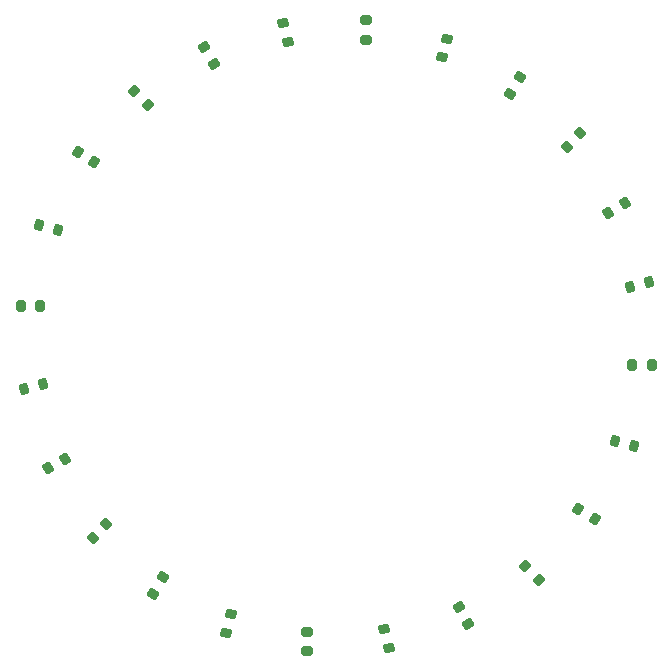
<source format=gbr>
%TF.GenerationSoftware,KiCad,Pcbnew,8.0.9*%
%TF.CreationDate,2025-12-12T10:11:10+01:00*%
%TF.ProjectId,Project,50726f6a-6563-4742-9e6b-696361645f70,rev?*%
%TF.SameCoordinates,Original*%
%TF.FileFunction,Paste,Top*%
%TF.FilePolarity,Positive*%
%FSLAX46Y46*%
G04 Gerber Fmt 4.6, Leading zero omitted, Abs format (unit mm)*
G04 Created by KiCad (PCBNEW 8.0.9) date 2025-12-12 10:11:10*
%MOMM*%
%LPD*%
G01*
G04 APERTURE LIST*
G04 Aperture macros list*
%AMRoundRect*
0 Rectangle with rounded corners*
0 $1 Rounding radius*
0 $2 $3 $4 $5 $6 $7 $8 $9 X,Y pos of 4 corners*
0 Add a 4 corners polygon primitive as box body*
4,1,4,$2,$3,$4,$5,$6,$7,$8,$9,$2,$3,0*
0 Add four circle primitives for the rounded corners*
1,1,$1+$1,$2,$3*
1,1,$1+$1,$4,$5*
1,1,$1+$1,$6,$7*
1,1,$1+$1,$8,$9*
0 Add four rect primitives between the rounded corners*
20,1,$1+$1,$2,$3,$4,$5,0*
20,1,$1+$1,$4,$5,$6,$7,0*
20,1,$1+$1,$6,$7,$8,$9,0*
20,1,$1+$1,$8,$9,$2,$3,0*%
G04 Aperture macros list end*
%ADD10RoundRect,0.200000X0.317393X-0.122010X0.213866X0.264360X-0.317393X0.122010X-0.213866X-0.264360X0*%
%ADD11RoundRect,0.200000X0.138157X-0.310705X0.338157X0.035705X-0.138157X0.310705X-0.338157X-0.035705X0*%
%ADD12RoundRect,0.200000X-0.122010X-0.317393X0.264360X-0.213866X0.122010X0.317393X-0.264360X0.213866X0*%
%ADD13RoundRect,0.200000X-0.138157X0.310705X-0.338157X-0.035705X0.138157X-0.310705X0.338157X0.035705X0*%
%ADD14RoundRect,0.200000X-0.338157X0.035705X-0.138157X-0.310705X0.338157X-0.035705X0.138157X0.310705X0*%
%ADD15RoundRect,0.200000X-0.275000X0.200000X-0.275000X-0.200000X0.275000X-0.200000X0.275000X0.200000X0*%
%ADD16RoundRect,0.200000X-0.310705X-0.138157X0.035705X-0.338157X0.310705X0.138157X-0.035705X0.338157X0*%
%ADD17RoundRect,0.200000X0.053033X-0.335876X0.335876X-0.053033X-0.053033X0.335876X-0.335876X0.053033X0*%
%ADD18RoundRect,0.200000X0.264360X0.213866X-0.122010X0.317393X-0.264360X-0.213866X0.122010X-0.317393X0*%
%ADD19RoundRect,0.200000X-0.317393X0.122010X-0.213866X-0.264360X0.317393X-0.122010X0.213866X0.264360X0*%
%ADD20RoundRect,0.200000X0.035705X0.338157X-0.310705X0.138157X-0.035705X-0.338157X0.310705X-0.138157X0*%
%ADD21RoundRect,0.200000X-0.053033X0.335876X-0.335876X0.053033X0.053033X-0.335876X0.335876X-0.053033X0*%
%ADD22RoundRect,0.200000X0.310705X0.138157X-0.035705X0.338157X-0.310705X-0.138157X0.035705X-0.338157X0*%
%ADD23RoundRect,0.200000X-0.213866X0.264360X-0.317393X-0.122010X0.213866X-0.264360X0.317393X0.122010X0*%
%ADD24RoundRect,0.200000X0.200000X0.275000X-0.200000X0.275000X-0.200000X-0.275000X0.200000X-0.275000X0*%
%ADD25RoundRect,0.200000X0.338157X-0.035705X0.138157X0.310705X-0.338157X0.035705X-0.138157X-0.310705X0*%
%ADD26RoundRect,0.200000X-0.200000X-0.275000X0.200000X-0.275000X0.200000X0.275000X-0.200000X0.275000X0*%
%ADD27RoundRect,0.200000X0.335876X0.053033X0.053033X0.335876X-0.335876X-0.053033X-0.053033X-0.335876X0*%
%ADD28RoundRect,0.200000X0.122010X0.317393X-0.264360X0.213866X-0.122010X-0.317393X0.264360X-0.213866X0*%
%ADD29RoundRect,0.200000X-0.264360X-0.213866X0.122010X-0.317393X0.264360X0.213866X-0.122010X0.317393X0*%
%ADD30RoundRect,0.200000X0.275000X-0.200000X0.275000X0.200000X-0.275000X0.200000X-0.275000X-0.200000X0*%
%ADD31RoundRect,0.200000X0.213866X-0.264360X0.317393X0.122010X-0.213866X0.264360X-0.317393X-0.122010X0*%
%ADD32RoundRect,0.200000X-0.335876X-0.053033X-0.053033X-0.335876X0.335876X0.053033X0.053033X0.335876X0*%
%ADD33RoundRect,0.200000X-0.035705X-0.338157X0.310705X-0.138157X0.035705X0.338157X-0.310705X0.138157X0*%
G04 APERTURE END LIST*
D10*
%TO.C,R24*%
X175204452Y-75228378D03*
X174777400Y-73634600D03*
%TD*%
D11*
%TO.C,R17*%
X193965852Y-79646485D03*
X194790852Y-78217543D03*
%TD*%
D12*
%TO.C,R18*%
X204150609Y-96034382D03*
X205744387Y-95607330D03*
%TD*%
D13*
%TO.C,R21*%
X164578122Y-120580316D03*
X163753122Y-122009258D03*
%TD*%
D14*
%TO.C,R12*%
X189635722Y-123069516D03*
X190460722Y-124498458D03*
%TD*%
D15*
%TO.C,R5*%
X176758599Y-125184402D03*
X176758599Y-126834402D03*
%TD*%
D16*
%TO.C,R19*%
X199726716Y-114814226D03*
X201155658Y-115639226D03*
%TD*%
D17*
%TO.C,R2*%
X198772393Y-84140829D03*
X199939119Y-82974103D03*
%TD*%
D18*
%TO.C,R15*%
X155695578Y-91206652D03*
X154101800Y-90779600D03*
%TD*%
D19*
%TO.C,R20*%
X183340217Y-124978810D03*
X183767269Y-126572588D03*
%TD*%
D20*
%TO.C,R14*%
X156330484Y-110514724D03*
X154901542Y-111339724D03*
%TD*%
D21*
%TO.C,R6*%
X159799406Y-116087372D03*
X158632680Y-117254098D03*
%TD*%
D22*
%TO.C,R23*%
X158794285Y-85406323D03*
X157365343Y-84581323D03*
%TD*%
D23*
%TO.C,R13*%
X170371416Y-123690012D03*
X169944364Y-125283790D03*
%TD*%
D24*
%TO.C,R7*%
X154202400Y-97637600D03*
X152552400Y-97637600D03*
%TD*%
D25*
%TO.C,R16*%
X168885277Y-77107885D03*
X168060277Y-75678943D03*
%TD*%
D26*
%TO.C,R3*%
X204344000Y-102616000D03*
X205994000Y-102616000D03*
%TD*%
D27*
%TO.C,R8*%
X163294926Y-80592526D03*
X162128200Y-79425800D03*
%TD*%
D28*
%TO.C,R22*%
X154400178Y-104220948D03*
X152806400Y-104648000D03*
%TD*%
D29*
%TO.C,R11*%
X202839411Y-109018238D03*
X204433189Y-109445290D03*
%TD*%
D30*
%TO.C,R1*%
X181813200Y-75069200D03*
X181813200Y-73419200D03*
%TD*%
D31*
%TO.C,R9*%
X188208311Y-76551639D03*
X188635363Y-74957861D03*
%TD*%
D32*
%TO.C,R4*%
X195233771Y-119600594D03*
X196400497Y-120767320D03*
%TD*%
D33*
%TO.C,R10*%
X202241315Y-89738878D03*
X203670257Y-88913878D03*
%TD*%
M02*

</source>
